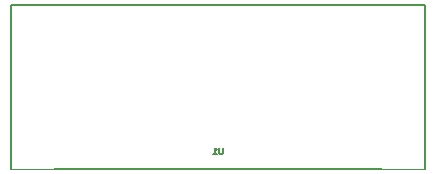
<source format=gbr>
G04 #@! TF.FileFunction,Legend,Bot*
%FSLAX46Y46*%
G04 Gerber Fmt 4.6, Leading zero omitted, Abs format (unit mm)*
G04 Created by KiCad (PCBNEW (2016-02-16 BZR 6568, Git 6c5f954)-product) date Sun 21 Feb 2016 12:11:03 PM EST*
%MOMM*%
G01*
G04 APERTURE LIST*
%ADD10C,0.100000*%
%ADD11C,0.150000*%
%ADD12C,0.127000*%
%ADD13C,1.250800*%
%ADD14R,3.650800X2.250800*%
%ADD15R,2.082800X1.778000*%
%ADD16O,2.082800X1.778000*%
G04 APERTURE END LIST*
D10*
D11*
X136753000Y-73560000D02*
X136753000Y-87460000D01*
X101753000Y-73560000D02*
X136753000Y-73560000D01*
X101753000Y-87460000D02*
X101753000Y-73560000D01*
X136753000Y-87460000D02*
X101753000Y-87460000D01*
D12*
X119640048Y-85681810D02*
X119640048Y-86093048D01*
X119615857Y-86141429D01*
X119591667Y-86165619D01*
X119543286Y-86189810D01*
X119446524Y-86189810D01*
X119398143Y-86165619D01*
X119373952Y-86141429D01*
X119349762Y-86093048D01*
X119349762Y-85681810D01*
X118841762Y-86189810D02*
X119132048Y-86189810D01*
X118986905Y-86189810D02*
X118986905Y-85681810D01*
X119035286Y-85754381D01*
X119083667Y-85802762D01*
X119132048Y-85826952D01*
%LPC*%
D13*
X99568000Y-86741000D03*
X98552000Y-81661000D03*
X100584000Y-81661000D03*
D14*
X103553000Y-86360000D03*
X134953000Y-86360000D03*
D15*
X99568000Y-74930000D03*
D16*
X99568000Y-77470000D03*
X99568000Y-80010000D03*
M02*

</source>
